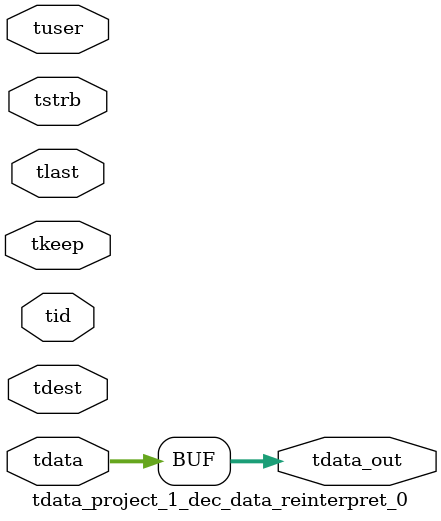
<source format=v>


`timescale 1ps/1ps

module tdata_project_1_dec_data_reinterpret_0 #
(
parameter C_S_AXIS_TDATA_WIDTH = 32,
parameter C_S_AXIS_TUSER_WIDTH = 0,
parameter C_S_AXIS_TID_WIDTH   = 0,
parameter C_S_AXIS_TDEST_WIDTH = 0,
parameter C_M_AXIS_TDATA_WIDTH = 32
)
(
input  [(C_S_AXIS_TDATA_WIDTH == 0 ? 1 : C_S_AXIS_TDATA_WIDTH)-1:0     ] tdata,
input  [(C_S_AXIS_TUSER_WIDTH == 0 ? 1 : C_S_AXIS_TUSER_WIDTH)-1:0     ] tuser,
input  [(C_S_AXIS_TID_WIDTH   == 0 ? 1 : C_S_AXIS_TID_WIDTH)-1:0       ] tid,
input  [(C_S_AXIS_TDEST_WIDTH == 0 ? 1 : C_S_AXIS_TDEST_WIDTH)-1:0     ] tdest,
input  [(C_S_AXIS_TDATA_WIDTH/8)-1:0 ] tkeep,
input  [(C_S_AXIS_TDATA_WIDTH/8)-1:0 ] tstrb,
input                                                                    tlast,
output [C_M_AXIS_TDATA_WIDTH-1:0] tdata_out
);

assign tdata_out = {tdata[127:0]};

endmodule


</source>
